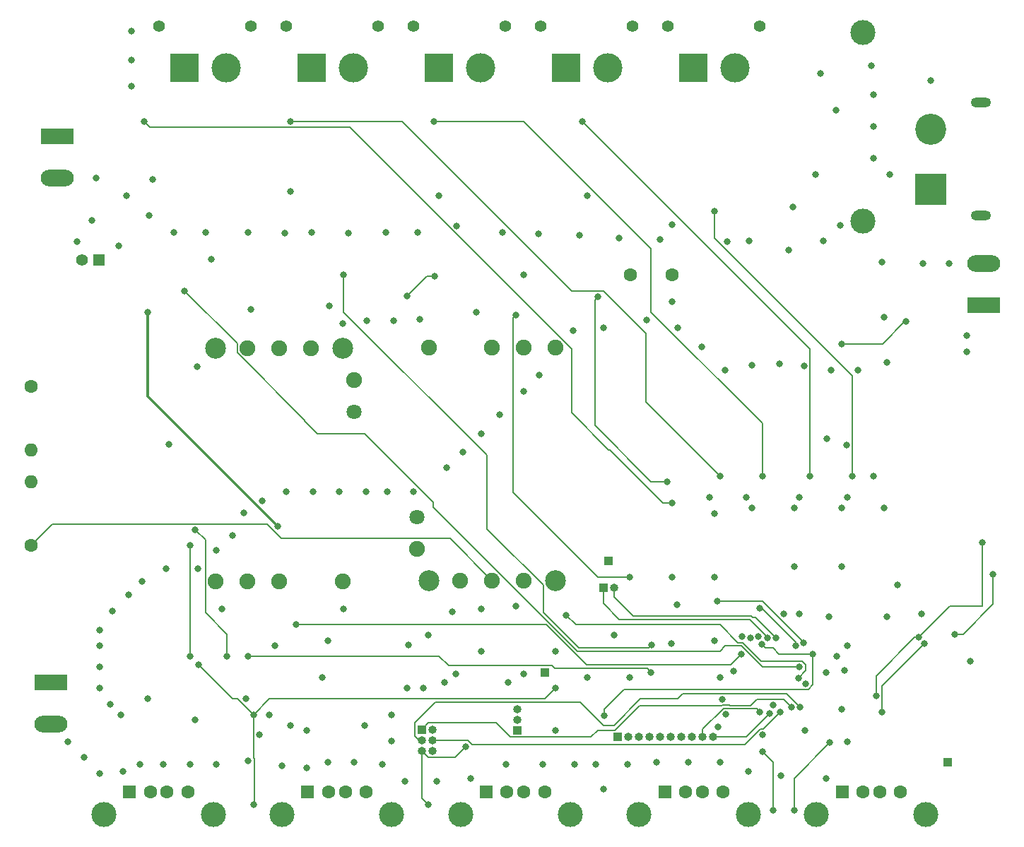
<source format=gbr>
%TF.GenerationSoftware,KiCad,Pcbnew,(6.0.0)*%
%TF.CreationDate,2022-03-04T10:43:38+00:00*%
%TF.ProjectId,ISOpower,49534f70-6f77-4657-922e-6b696361645f,rev?*%
%TF.SameCoordinates,Original*%
%TF.FileFunction,Copper,L3,Inr*%
%TF.FilePolarity,Positive*%
%FSLAX46Y46*%
G04 Gerber Fmt 4.6, Leading zero omitted, Abs format (unit mm)*
G04 Created by KiCad (PCBNEW (6.0.0)) date 2022-03-04 10:43:38*
%MOMM*%
%LPD*%
G01*
G04 APERTURE LIST*
%TA.AperFunction,ComponentPad*%
%ADD10R,1.600000X1.500000*%
%TD*%
%TA.AperFunction,ComponentPad*%
%ADD11C,1.600000*%
%TD*%
%TA.AperFunction,ComponentPad*%
%ADD12C,3.000000*%
%TD*%
%TA.AperFunction,ComponentPad*%
%ADD13C,1.400000*%
%TD*%
%TA.AperFunction,ComponentPad*%
%ADD14R,3.500000X3.500000*%
%TD*%
%TA.AperFunction,ComponentPad*%
%ADD15C,3.500000*%
%TD*%
%TA.AperFunction,ComponentPad*%
%ADD16O,1.600000X1.600000*%
%TD*%
%TA.AperFunction,ComponentPad*%
%ADD17R,1.000000X1.000000*%
%TD*%
%TA.AperFunction,ComponentPad*%
%ADD18O,1.000000X1.000000*%
%TD*%
%TA.AperFunction,ComponentPad*%
%ADD19R,3.960000X1.980000*%
%TD*%
%TA.AperFunction,ComponentPad*%
%ADD20O,3.960000X1.980000*%
%TD*%
%TA.AperFunction,ComponentPad*%
%ADD21C,1.900000*%
%TD*%
%TA.AperFunction,ComponentPad*%
%ADD22C,2.500000*%
%TD*%
%TA.AperFunction,ComponentPad*%
%ADD23C,1.800000*%
%TD*%
%TA.AperFunction,ComponentPad*%
%ADD24R,1.400000X1.400000*%
%TD*%
%TA.AperFunction,ComponentPad*%
%ADD25C,3.716000*%
%TD*%
%TA.AperFunction,ComponentPad*%
%ADD26R,3.716000X3.716000*%
%TD*%
%TA.AperFunction,ComponentPad*%
%ADD27O,2.400000X1.200000*%
%TD*%
%TA.AperFunction,ViaPad*%
%ADD28C,0.800000*%
%TD*%
%TA.AperFunction,Conductor*%
%ADD29C,0.300000*%
%TD*%
%TA.AperFunction,Conductor*%
%ADD30C,0.200000*%
%TD*%
G04 APERTURE END LIST*
D10*
%TO.N,5V_BUS*%
%TO.C,J12*%
X135599511Y-134319511D03*
D11*
%TO.N,unconnected-(J12-Pad2)*%
X138099511Y-134319511D03*
%TO.N,unconnected-(J12-Pad3)*%
X140099511Y-134319511D03*
%TO.N,GNDPWR*%
X142599511Y-134319511D03*
D12*
X145669511Y-137029511D03*
X132529511Y-137029511D03*
%TD*%
D13*
%TO.N,*%
%TO.C,J15*%
X90284511Y-42545000D03*
X101284511Y-42545000D03*
D14*
%TO.N,GNDPWR*%
X93284511Y-47545000D03*
D15*
%TO.N,/Power Outputs/12V_OP_1*%
X98284511Y-47545000D03*
%TD*%
D11*
%TO.N,Net-(R7-Pad1)*%
%TO.C,R7*%
X59690000Y-85725000D03*
D16*
%TO.N,GNDPWR*%
X59690000Y-93345000D03*
%TD*%
D17*
%TO.N,Net-(J8-Pad1)*%
%TO.C,J8*%
X106494511Y-126869511D03*
D18*
%TO.N,/AtMega328p/MCU_5V_BUS*%
X107764511Y-126869511D03*
%TO.N,Net-(J8-Pad3)*%
X106494511Y-128139511D03*
%TO.N,Net-(J8-Pad4)*%
X107764511Y-128139511D03*
%TO.N,/AtMega328p/USB MCU CH340 Interface A/DTR_A*%
X106494511Y-129409511D03*
%TO.N,GNDPWR*%
X107764511Y-129409511D03*
%TD*%
D17*
%TO.N,/AtMega328p/ADC5*%
%TO.C,J25*%
X128270000Y-109855000D03*
D18*
%TO.N,/AtMega328p/ADC4*%
X129540000Y-109855000D03*
%TD*%
D19*
%TO.N,GNDPWR*%
%TO.C,J21*%
X173804511Y-75989511D03*
D20*
%TO.N,24V_BUS*%
X173804511Y-70989511D03*
%TD*%
D21*
%TO.N,24V_BUS*%
%TO.C,U5*%
X81824511Y-109089511D03*
%TO.N,Net-(JP3-Pad2)*%
X89424511Y-109089511D03*
%TO.N,GNDPWR*%
X97024511Y-109089511D03*
D22*
X97024511Y-81189511D03*
D21*
%TO.N,unconnected-(U5-Pad5)*%
X93224511Y-81189511D03*
%TO.N,Net-(R7-Pad1)*%
X89424511Y-81189511D03*
%TO.N,/Power Distribution/12V_I_SENSE_IP*%
X85624511Y-81189511D03*
D22*
X81824511Y-81189511D03*
D23*
%TO.N,unconnected-(U5-Pad32)*%
X98424511Y-88789511D03*
D21*
%TO.N,unconnected-(U5-Pad33)*%
X98424511Y-84989511D03*
%TO.N,unconnected-(U5-Pad34)*%
X85624511Y-109089511D03*
%TD*%
D13*
%TO.N,*%
%TO.C,J14*%
X75044511Y-42545000D03*
X86044511Y-42545000D03*
D14*
%TO.N,GNDPWR*%
X78044511Y-47545000D03*
D15*
%TO.N,/Power Outputs/12V_OP_0*%
X83044511Y-47545000D03*
%TD*%
D13*
%TO.N,*%
%TO.C,J18*%
X147004511Y-42545000D03*
X136004511Y-42545000D03*
D14*
%TO.N,GNDPWR*%
X139004511Y-47545000D03*
D15*
%TO.N,/Power Outputs/12V_OP_4*%
X144004511Y-47545000D03*
%TD*%
D17*
%TO.N,/AtMega328p/CH_C*%
%TO.C,J24*%
X128905000Y-106680000D03*
%TD*%
D19*
%TO.N,GNDPWR*%
%TO.C,J22*%
X62804511Y-55749511D03*
D20*
%TO.N,12V_BUS*%
X62804511Y-60749511D03*
%TD*%
D10*
%TO.N,5V_BUS*%
%TO.C,J13*%
X156849506Y-134319511D03*
D11*
%TO.N,unconnected-(J13-Pad2)*%
X159349506Y-134319511D03*
%TO.N,unconnected-(J13-Pad3)*%
X161349506Y-134319511D03*
%TO.N,GNDPWR*%
X163849506Y-134319511D03*
D12*
X153779506Y-137029511D03*
X166919506Y-137029511D03*
%TD*%
D21*
%TO.N,24V_BUS*%
%TO.C,U4*%
X122524511Y-81119511D03*
%TO.N,Net-(JP2-Pad2)*%
X114924511Y-81119511D03*
%TO.N,GNDPWR*%
X107324511Y-81119511D03*
D22*
X107324511Y-109019511D03*
D21*
%TO.N,unconnected-(U4-Pad5)*%
X111124511Y-109019511D03*
%TO.N,Net-(R6-Pad1)*%
X114924511Y-109019511D03*
%TO.N,/Power Distribution/5V_I_SENSE_IP*%
X118724511Y-109019511D03*
D22*
X122524511Y-109019511D03*
D23*
%TO.N,unconnected-(U4-Pad32)*%
X105924511Y-101419511D03*
D21*
%TO.N,unconnected-(U4-Pad33)*%
X105924511Y-105219511D03*
%TO.N,unconnected-(U4-Pad34)*%
X118724511Y-81119511D03*
%TD*%
D11*
%TO.N,24V_BUS*%
%TO.C,C19*%
X136525000Y-72390000D03*
%TO.N,GNDPWR*%
X131525000Y-72390000D03*
%TD*%
D24*
%TO.N,Net-(M1-Pad1)*%
%TO.C,M1*%
X67809511Y-70629511D03*
D13*
%TO.N,GNDPWR*%
X65809511Y-70629511D03*
%TD*%
D10*
%TO.N,5V_BUS*%
%TO.C,J10*%
X92834511Y-134319511D03*
D11*
%TO.N,unconnected-(J10-Pad2)*%
X95334511Y-134319511D03*
%TO.N,unconnected-(J10-Pad3)*%
X97334511Y-134319511D03*
%TO.N,GNDPWR*%
X99834511Y-134319511D03*
D12*
X102904511Y-137029511D03*
X89764511Y-137029511D03*
%TD*%
D17*
%TO.N,/USB_PBUS*%
%TO.C,J6*%
X117924511Y-126954511D03*
D18*
%TO.N,/AtMega328p/MCU_5V_BUS*%
X117924511Y-125684511D03*
%TO.N,MCU_5V*%
X117924511Y-124414511D03*
%TD*%
D11*
%TO.N,Net-(R6-Pad1)*%
%TO.C,R6*%
X59690000Y-104775000D03*
D16*
%TO.N,GNDPWR*%
X59690000Y-97155000D03*
%TD*%
D25*
%TO.N,GNDPWR*%
%TO.C,J1*%
X167454511Y-54899511D03*
D26*
%TO.N,/24V_0*%
X167454511Y-62099511D03*
D27*
%TO.N,N/C*%
X173454511Y-65249511D03*
X173454511Y-51749511D03*
%TD*%
D17*
%TO.N,/USB_PBUS*%
%TO.C,J26*%
X169545000Y-130810000D03*
%TD*%
D13*
%TO.N,*%
%TO.C,J17*%
X120764511Y-42545000D03*
X131764511Y-42545000D03*
D14*
%TO.N,GNDPWR*%
X123764511Y-47545000D03*
D15*
%TO.N,/Power Outputs/12V_OP_3*%
X128764511Y-47545000D03*
%TD*%
D13*
%TO.N,*%
%TO.C,J16*%
X116524511Y-42545000D03*
X105524511Y-42545000D03*
D14*
%TO.N,GNDPWR*%
X108524511Y-47545000D03*
D15*
%TO.N,/Power Outputs/12V_OP_2*%
X113524511Y-47545000D03*
%TD*%
D10*
%TO.N,5V_BUS*%
%TO.C,J9*%
X71464511Y-134319511D03*
D11*
%TO.N,unconnected-(J9-Pad2)*%
X73964511Y-134319511D03*
%TO.N,unconnected-(J9-Pad3)*%
X75964511Y-134319511D03*
%TO.N,GNDPWR*%
X78464511Y-134319511D03*
D12*
X68394511Y-137029511D03*
X81534511Y-137029511D03*
%TD*%
D17*
%TO.N,/3V3_BUS*%
%TO.C,J30*%
X121285000Y-120015000D03*
%TD*%
%TO.N,GND*%
%TO.C,J29*%
X130004511Y-127747783D03*
D18*
%TO.N,/3V3_BUS*%
X131274511Y-127747783D03*
%TO.N,/AtMega328p/MCU_5V_BUS*%
X132544511Y-127747783D03*
%TO.N,/USB_PBUS*%
X133814511Y-127747783D03*
%TO.N,unconnected-(J29-Pad5)*%
X135084511Y-127747783D03*
%TO.N,unconnected-(J29-Pad6)*%
X136354511Y-127747783D03*
%TO.N,unconnected-(J29-Pad7)*%
X137624511Y-127747783D03*
%TO.N,unconnected-(J29-Pad8)*%
X138894511Y-127747783D03*
%TO.N,/AtMega328p/SSERIAL_TX*%
X140164511Y-127747783D03*
%TO.N,/AtMega328p/SSERIAL_RX*%
X141434511Y-127747783D03*
%TD*%
D12*
%TO.N,/24V_0*%
%TO.C,F1*%
X159324511Y-43309511D03*
%TO.N,/24V_1*%
X159324511Y-65909511D03*
%TD*%
D19*
%TO.N,GNDPWR*%
%TO.C,J23*%
X62044511Y-121234511D03*
D20*
%TO.N,5V_BUS*%
X62044511Y-126234511D03*
%TD*%
D10*
%TO.N,5V_BUS*%
%TO.C,J11*%
X114204511Y-134319511D03*
D11*
%TO.N,unconnected-(J11-Pad2)*%
X116704511Y-134319511D03*
%TO.N,unconnected-(J11-Pad3)*%
X118704511Y-134319511D03*
%TO.N,GNDPWR*%
X121204511Y-134319511D03*
D12*
X111134511Y-137029511D03*
X124274511Y-137029511D03*
%TD*%
D28*
%TO.N,GND*%
X141605000Y-108585000D03*
X163524290Y-109525710D03*
X151130000Y-107315000D03*
X146050000Y-100330000D03*
X142240000Y-120650000D03*
X161925000Y-100330000D03*
X151765000Y-113030000D03*
X141605000Y-100965000D03*
X156845000Y-100330000D03*
X162264511Y-113369511D03*
X157480000Y-116840000D03*
X154940000Y-120015000D03*
X152364991Y-126964991D03*
X141605000Y-116205000D03*
X156845000Y-107315000D03*
X129540000Y-115570000D03*
X157475681Y-128319999D03*
X166370000Y-113030000D03*
X131445000Y-120650000D03*
X151130000Y-100330000D03*
X136525000Y-108585000D03*
%TO.N,MCU_5V*%
X73660000Y-76835000D03*
X89247122Y-102522878D03*
%TO.N,24V_BUS*%
X93450000Y-98320000D03*
X155575000Y-83820000D03*
X149365378Y-83044622D03*
X69456753Y-112636753D03*
X137160000Y-78740000D03*
X109478762Y-95508762D03*
X102340000Y-98320000D03*
X83820000Y-103569500D03*
X75885009Y-107629991D03*
X161607500Y-70802500D03*
X87379375Y-99444375D03*
X152335500Y-83325378D03*
X71361753Y-110731753D03*
X124620000Y-79024022D03*
X67945000Y-114935000D03*
X118686262Y-86301262D03*
X115828762Y-89158762D03*
X105515000Y-98320000D03*
X166500489Y-70989511D03*
X140017500Y-80962500D03*
X146050000Y-83185000D03*
X67945000Y-116840000D03*
X85156875Y-100900500D03*
X79695009Y-107629991D03*
X99800000Y-98320000D03*
X72949253Y-109144253D03*
X113606262Y-91381262D03*
X158750000Y-83820000D03*
X67945000Y-121920000D03*
X70485000Y-125095000D03*
X111383762Y-93603762D03*
X161925000Y-77470000D03*
X142875000Y-83820000D03*
X69215000Y-123825000D03*
X81915000Y-105410000D03*
X169675489Y-70989511D03*
X136525000Y-75565000D03*
X162242500Y-82867500D03*
X120591262Y-84396262D03*
X90275000Y-98320000D03*
X67945000Y-119380000D03*
X96625000Y-98320000D03*
X128270000Y-78740000D03*
X133403359Y-77804116D03*
%TO.N,/Power Distribution/5V_I_SENSE_IP*%
X113640978Y-112419022D03*
X117792500Y-112077500D03*
X107315000Y-115570000D03*
X110172500Y-112712500D03*
X104905489Y-116709511D03*
%TO.N,Net-(D1-Pad2)*%
X156845000Y-80645000D03*
X164524500Y-77995000D03*
%TO.N,Net-(D2-Pad1)*%
X155396482Y-128448518D03*
X151130000Y-136525000D03*
%TO.N,Net-(D2-Pad2)*%
X148590000Y-136525000D03*
X147320000Y-129540000D03*
X142005908Y-126544001D03*
%TO.N,Net-(D4-Pad2)*%
X170376567Y-115455500D03*
X156845000Y-124460000D03*
X161629511Y-124799511D03*
X147320000Y-127520500D03*
X166709511Y-116544511D03*
X174964511Y-108289511D03*
%TO.N,Net-(D4-Pad3)*%
X160930011Y-122794531D03*
X166002756Y-115837756D03*
X173694511Y-104479511D03*
%TO.N,Net-(D6-Pad2)*%
X78740000Y-104775000D03*
X78740000Y-118110000D03*
%TO.N,Net-(D8-Pad2)*%
X83185000Y-118110000D03*
X79375000Y-102934500D03*
%TO.N,/Power Distribution/12V_I_SENSE_IP*%
X79602011Y-83412011D03*
X86042500Y-76517500D03*
%TO.N,/24V_0*%
X160337500Y-47307500D03*
X160655000Y-50800000D03*
X160655000Y-54610000D03*
X162560000Y-60325000D03*
X160655000Y-58420000D03*
%TO.N,Net-(J8-Pad1)*%
X150773492Y-124165021D03*
%TO.N,Net-(J8-Pad3)*%
X151772730Y-124142049D03*
%TO.N,Net-(J8-Pad4)*%
X149468877Y-124741579D03*
%TO.N,/24V_1*%
X156641351Y-66471351D03*
X150462876Y-69399022D03*
X154622500Y-68262500D03*
%TO.N,5V_BUS*%
X64107500Y-128297500D03*
X145622598Y-131872402D03*
X134620000Y-130810000D03*
X128270000Y-133985000D03*
X131185000Y-131070000D03*
X106680000Y-121920000D03*
X113665000Y-117475000D03*
X92710000Y-131445000D03*
X149550499Y-132389501D03*
X127375000Y-131070000D03*
X104775000Y-121920000D03*
X102870000Y-128270000D03*
X138430000Y-130810000D03*
X101780207Y-131070000D03*
X81915000Y-131070000D03*
X67917500Y-132107500D03*
X110604124Y-120243521D03*
X108259501Y-133040499D03*
X75565000Y-131070000D03*
X102870000Y-125095000D03*
X124835000Y-131070000D03*
X78740000Y-131070000D03*
X98425000Y-130810000D03*
X89747500Y-131232500D03*
X66012500Y-130202500D03*
X104449501Y-133040499D03*
X72765000Y-131070000D03*
X95250000Y-130810000D03*
X116580000Y-131070000D03*
X70715000Y-131850000D03*
X109220000Y-121220500D03*
X85725000Y-130657135D03*
X121025000Y-131070000D03*
X112395000Y-132715000D03*
X142240000Y-130810000D03*
X154940000Y-132715000D03*
%TO.N,/5V_BUS_MONITOR*%
X79731429Y-119112465D03*
X86360000Y-135890000D03*
X142462055Y-123246489D03*
X136361318Y-116587000D03*
X122555000Y-121920000D03*
X86360000Y-125095000D03*
%TO.N,/12V_BUS_MONITOR*%
X134018069Y-116775500D03*
X97155000Y-72390000D03*
X85725000Y-118110000D03*
X133985000Y-120015000D03*
%TO.N,/BUS_B_DISABLE*%
X117814511Y-77174511D03*
X131445000Y-108585000D03*
%TO.N,/BUS_A_DISABLE*%
X144780000Y-117861358D03*
X91440000Y-114300000D03*
%TO.N,/Power Outputs/5v to 12v logic conversion_v2/0_OUT*%
X136525000Y-99695000D03*
X73219511Y-53975000D03*
%TO.N,/Power Outputs/5v to 12v logic conversion_v2/1_OUT*%
X90805000Y-53975000D03*
X142240000Y-96520000D03*
%TO.N,/Power Outputs/5v to 12v logic conversion_v2/2_OUT*%
X147320000Y-96520000D03*
X107950000Y-53975000D03*
%TO.N,/Power Outputs/5v to 12v logic conversion_v2/3_OUT*%
X125730000Y-53975000D03*
X153035000Y-96520000D03*
%TO.N,/Power Outputs/5v to 12v logic conversion_v2/4_OUT*%
X158115000Y-96520000D03*
X141605000Y-64770000D03*
%TO.N,Net-(R3a1-Pad2)*%
X104775000Y-74930000D03*
X108016641Y-72577885D03*
%TO.N,Net-(R3b1-Pad2)*%
X92710000Y-127000000D03*
X88265000Y-125095000D03*
%TO.N,/AtMega328p/MCU_5V_BUS*%
X149858259Y-113028259D03*
X155279511Y-113369511D03*
X144829326Y-115740990D03*
X152490011Y-121379692D03*
X143844562Y-119844011D03*
X142916593Y-125045001D03*
%TO.N,/BUS_I_SENSE_A*%
X151765000Y-119380000D03*
X78105000Y-74295000D03*
%TO.N,/BUS_I_SENSE_B*%
X151598314Y-120680192D03*
X123825000Y-113144500D03*
%TO.N,12V_BUS*%
X90805000Y-62375520D03*
X67520489Y-60749511D03*
X110703642Y-66542322D03*
X90105978Y-67374022D03*
X125434520Y-67605480D03*
X135059511Y-68140489D03*
X102235000Y-67310000D03*
X80645000Y-67310000D03*
X71120000Y-62865000D03*
X74295000Y-60960000D03*
X81280000Y-70485000D03*
X136525000Y-66374022D03*
X116205000Y-67310000D03*
X120472878Y-67487122D03*
X93345000Y-67310000D03*
X130175000Y-67945000D03*
X76835000Y-67310000D03*
X105980500Y-67310000D03*
X97725978Y-67374022D03*
X85725000Y-67310000D03*
X73810000Y-65255000D03*
X126365000Y-62865000D03*
X108585000Y-62865000D03*
%TO.N,/AtMega328p/USB MCU CH340 Interface A/DTR_A*%
X147214648Y-116607555D03*
X107315000Y-135890000D03*
X128360762Y-125209500D03*
X153374511Y-117814511D03*
X111760000Y-128905000D03*
%TO.N,/3V3_BUS*%
X126365000Y-120650000D03*
%TO.N,/USB_PBUS*%
X122555000Y-127000000D03*
X172251616Y-118712935D03*
%TO.N,/AtMega328p/ADC5*%
X147930008Y-115909511D03*
%TO.N,/AtMega328p/ADC4*%
X148929511Y-115909511D03*
%TO.N,/AtMega328p/SSERIAL_TX*%
X146999842Y-124735445D03*
%TO.N,/AtMega328p/SSERIAL_RX*%
X148209834Y-124909082D03*
%TO.N,/AtMega328p/CH_F*%
X137041633Y-111922389D03*
X148609011Y-123959149D03*
%TO.N,/AtMega328p/CH_G*%
X141944511Y-111464511D03*
X152256854Y-116510188D03*
%TO.N,/AtMega328p/CH_H*%
X151292014Y-116781232D03*
X146975106Y-112310607D03*
%TO.N,/AtMega328p/USB MCU CH340 Interface A/RxD_A*%
X146816178Y-115683130D03*
X157184511Y-119784011D03*
%TO.N,/AtMega328p/USB MCU CH340 Interface A/TxD_A*%
X156210000Y-118110000D03*
X145841866Y-115906114D03*
%TO.N,HV*%
X127635000Y-74994500D03*
X157480000Y-99060000D03*
X135890000Y-97155000D03*
X140970000Y-99060000D03*
X145415000Y-99060000D03*
X160655000Y-96520000D03*
X151765000Y-99060000D03*
%TO.N,GNDPWR*%
X103095480Y-77879520D03*
X95380000Y-76070000D03*
X122555000Y-117475000D03*
X99920480Y-77879520D03*
X118745000Y-72390000D03*
X155020000Y-91995000D03*
X71755000Y-46606017D03*
X79375000Y-125730000D03*
X97155000Y-112395000D03*
X71755000Y-43180000D03*
X73660000Y-123190000D03*
X171784511Y-81580489D03*
X76200000Y-92710000D03*
X106268879Y-77693879D03*
X116840000Y-121220500D03*
X71755000Y-49781019D03*
X87059500Y-127457625D03*
X99695000Y-126365000D03*
X113030000Y-76835000D03*
X82550000Y-112395000D03*
X65232500Y-68407500D03*
X90805000Y-126365000D03*
X97024511Y-78235489D03*
X94615000Y-120650000D03*
X118745000Y-120243521D03*
X70167500Y-68897500D03*
X85421611Y-123167367D03*
X88900000Y-116840000D03*
X171784511Y-79675489D03*
X157415500Y-92805000D03*
X95250000Y-116205000D03*
X167454511Y-49080489D03*
%TO.N,Net-(M1-Pad1)*%
X66977617Y-65845500D03*
%TO.N,/Power Outputs/MID_PWR*%
X145732500Y-68262500D03*
X154305000Y-48260000D03*
X143052122Y-68402878D03*
X150985000Y-64280000D03*
X153670000Y-60325000D03*
X156131742Y-52626742D03*
%TD*%
D29*
%TO.N,MCU_5V*%
X73660000Y-86935756D02*
X73660000Y-76835000D01*
X89247122Y-102522878D02*
X73660000Y-86935756D01*
D30*
%TO.N,Net-(D1-Pad2)*%
X164355000Y-77995000D02*
X164524500Y-77995000D01*
X156845000Y-80645000D02*
X161705000Y-80645000D01*
X161705000Y-80645000D02*
X164355000Y-77995000D01*
%TO.N,Net-(D2-Pad1)*%
X151130000Y-132715000D02*
X155396482Y-128448518D01*
X151130000Y-136525000D02*
X151130000Y-132715000D01*
%TO.N,Net-(D2-Pad2)*%
X148590000Y-130810000D02*
X147320000Y-129540000D01*
X148590000Y-136525000D02*
X148590000Y-130810000D01*
%TO.N,Net-(D4-Pad2)*%
X174964511Y-111818756D02*
X171327767Y-115455500D01*
X166709511Y-116544511D02*
X161629511Y-121624511D01*
X174964511Y-108289511D02*
X174964511Y-111818756D01*
X171327767Y-115455500D02*
X170376567Y-115455500D01*
X161629511Y-121624511D02*
X161629511Y-124799511D01*
%TO.N,Net-(D4-Pad3)*%
X173694511Y-112099511D02*
X173694511Y-104479511D01*
X173694511Y-112099511D02*
X169741001Y-112099511D01*
X160930011Y-120419011D02*
X160930011Y-122794531D01*
X166002756Y-115837756D02*
X165511266Y-115837756D01*
X165511266Y-115837756D02*
X160930011Y-120419011D01*
X169741001Y-112099511D02*
X166002756Y-115837756D01*
%TO.N,Net-(D6-Pad2)*%
X78740000Y-118110000D02*
X78740000Y-104775000D01*
%TO.N,Net-(D8-Pad2)*%
X83185000Y-115428427D02*
X80575000Y-112818427D01*
X83185000Y-118110000D02*
X83185000Y-115428427D01*
X80575000Y-112818427D02*
X80575000Y-104134500D01*
X80575000Y-104134500D02*
X79375000Y-102934500D01*
%TO.N,Net-(J8-Pad1)*%
X145867521Y-123995989D02*
X146637626Y-123225884D01*
X146637626Y-123225884D02*
X149834355Y-123225884D01*
X126764777Y-127754022D02*
X127570527Y-126948272D01*
X115440978Y-126070000D02*
X117125000Y-127754022D01*
X127570527Y-126948272D02*
X129635750Y-126948272D01*
X142461367Y-123945989D02*
X142792333Y-123945990D01*
X107294022Y-126070000D02*
X115440978Y-126070000D01*
X117125000Y-127754022D02*
X126764777Y-127754022D01*
X132588033Y-123995989D02*
X142411366Y-123995989D01*
X143371821Y-123945990D02*
X143421818Y-123995988D01*
X106494511Y-126869511D02*
X107294022Y-126070000D01*
X142411366Y-123995989D02*
X142461367Y-123945989D01*
X149834355Y-123225884D02*
X150773492Y-124165021D01*
X143421818Y-123995988D02*
X145867521Y-123995989D01*
X129635750Y-126948272D02*
X132588033Y-123995989D01*
X142792333Y-123945990D02*
X143371821Y-123945990D01*
%TO.N,Net-(J8-Pad3)*%
X129540000Y-126365000D02*
X132715000Y-123190000D01*
X142172311Y-122546989D02*
X142751799Y-122546989D01*
X142759810Y-122555000D02*
X150185681Y-122555000D01*
X128270000Y-126365000D02*
X129540000Y-126365000D01*
X108150000Y-123615000D02*
X125520000Y-123615000D01*
X125520000Y-123615000D02*
X128270000Y-126365000D01*
X132715000Y-123190000D02*
X137160000Y-123190000D01*
X142751799Y-122546989D02*
X142759810Y-122555000D01*
X105695000Y-126070000D02*
X108150000Y-123615000D01*
X106165489Y-128139511D02*
X105695000Y-127669022D01*
X137795000Y-122555000D02*
X142164300Y-122555000D01*
X105695000Y-127669022D02*
X105695000Y-126070000D01*
X137160000Y-123190000D02*
X137795000Y-122555000D01*
X150185681Y-122555000D02*
X151772730Y-124142049D01*
X142164300Y-122555000D02*
X142172311Y-122546989D01*
%TO.N,Net-(J8-Pad4)*%
X147389457Y-126820999D02*
X149468877Y-124741579D01*
X145211745Y-128639510D02*
X147030256Y-126820999D01*
X107764511Y-128139511D02*
X111983756Y-128139511D01*
X147030256Y-126820999D02*
X147389457Y-126820999D01*
X112483755Y-128639510D02*
X145211745Y-128639510D01*
X111983756Y-128139511D02*
X112483755Y-128639510D01*
%TO.N,/5V_BUS_MONITOR*%
X86360000Y-130302890D02*
X86424501Y-130367391D01*
X79742465Y-119112465D02*
X79731429Y-119112465D01*
X83820000Y-123190000D02*
X79742465Y-119112465D01*
X88265000Y-123190000D02*
X121285000Y-123190000D01*
X86424501Y-130367391D02*
X86424501Y-135825499D01*
X121285000Y-123190000D02*
X122555000Y-121920000D01*
X86424501Y-135825499D02*
X86360000Y-135890000D01*
X83820000Y-123190000D02*
X84455000Y-123190000D01*
X84455000Y-123190000D02*
X86360000Y-125095000D01*
X86360000Y-125095000D02*
X88265000Y-123190000D01*
X86360000Y-125095000D02*
X86360000Y-130302890D01*
%TO.N,/12V_BUS_MONITOR*%
X133718080Y-117075489D02*
X134018069Y-116775500D01*
X85725000Y-118110000D02*
X108585000Y-118110000D01*
X97155000Y-72390000D02*
X97155000Y-76835000D01*
X108585000Y-118110000D02*
X109690489Y-119215489D01*
X109690489Y-119215489D02*
X122084511Y-119215489D01*
X133514021Y-119544021D02*
X133985000Y-120015000D01*
X114300000Y-102827924D02*
X114956038Y-103483962D01*
X114300000Y-93980000D02*
X114300000Y-102827924D01*
X125312559Y-117075489D02*
X133718080Y-117075489D01*
X122413043Y-119544021D02*
X133514021Y-119544021D01*
X114956038Y-103483962D02*
X121049511Y-109577435D01*
X121049511Y-112812441D02*
X125312559Y-117075489D01*
X97155000Y-76835000D02*
X114300000Y-93980000D01*
X121049511Y-109577435D02*
X121049511Y-112812441D01*
X122084511Y-119215489D02*
X122413043Y-119544021D01*
%TO.N,/BUS_B_DISABLE*%
X127635000Y-108585000D02*
X131445000Y-108585000D01*
X117475000Y-98425000D02*
X127635000Y-108585000D01*
X117814511Y-77174511D02*
X117475000Y-77514022D01*
X117475000Y-77514022D02*
X117475000Y-98425000D01*
%TO.N,/BUS_A_DISABLE*%
X126251594Y-119144511D02*
X143496847Y-119144511D01*
X91440000Y-114300000D02*
X121407083Y-114300000D01*
X121407083Y-114300000D02*
X126251594Y-119144511D01*
X143496847Y-119144511D02*
X144780000Y-117861358D01*
%TO.N,/Power Outputs/5v to 12v logic conversion_v2/0_OUT*%
X124460000Y-88900000D02*
X128905000Y-93345000D01*
X135417040Y-99695000D02*
X136525000Y-99695000D01*
X128905000Y-93345000D02*
X129067040Y-93345000D01*
X124460000Y-81287924D02*
X97846577Y-54674501D01*
X97846577Y-54674501D02*
X73919012Y-54674501D01*
X124460000Y-88900000D02*
X124460000Y-81287924D01*
X73919012Y-54674501D02*
X73219511Y-53975000D01*
X129067040Y-93345000D02*
X135417040Y-99695000D01*
%TO.N,/Power Outputs/5v to 12v logic conversion_v2/1_OUT*%
X128270000Y-74295000D02*
X124460000Y-74295000D01*
X133350000Y-79375000D02*
X128270000Y-74295000D01*
X124460000Y-74295000D02*
X104140000Y-53975000D01*
X104140000Y-53975000D02*
X90805000Y-53975000D01*
X133350000Y-87630000D02*
X133350000Y-79375000D01*
X142240000Y-96520000D02*
X133350000Y-87630000D01*
%TO.N,/Power Outputs/5v to 12v logic conversion_v2/2_OUT*%
X133985000Y-69215000D02*
X118745000Y-53975000D01*
X133985000Y-76831518D02*
X133985000Y-69215000D01*
X147320000Y-96520000D02*
X147320000Y-90166518D01*
X147320000Y-90166518D02*
X133985000Y-76831518D01*
X118745000Y-53975000D02*
X107950000Y-53975000D01*
%TO.N,/Power Outputs/5v to 12v logic conversion_v2/3_OUT*%
X153035000Y-81280000D02*
X125730000Y-53975000D01*
X153035000Y-96520000D02*
X153035000Y-81280000D01*
%TO.N,/Power Outputs/5v to 12v logic conversion_v2/4_OUT*%
X158115000Y-84455000D02*
X145415000Y-71755000D01*
X158115000Y-96520000D02*
X158115000Y-84455000D01*
X141605000Y-67945000D02*
X141605000Y-64770000D01*
X145415000Y-71755000D02*
X141605000Y-67945000D01*
%TO.N,Net-(R3a1-Pad2)*%
X104775000Y-74930000D02*
X107127115Y-72577885D01*
X107127115Y-72577885D02*
X108016641Y-72577885D01*
%TO.N,Net-(R6-Pad1)*%
X59690000Y-104775000D02*
X62230000Y-102235000D01*
X89705000Y-103970000D02*
X109875000Y-103970000D01*
X62230000Y-102235000D02*
X87970000Y-102235000D01*
X109875000Y-103970000D02*
X114924511Y-109019511D01*
X87970000Y-102235000D02*
X89705000Y-103970000D01*
%TO.N,/BUS_I_SENSE_A*%
X84375000Y-80565000D02*
X78105000Y-74295000D01*
X144780000Y-116840000D02*
X142875000Y-116840000D01*
X142240000Y-117475000D02*
X125147076Y-117475000D01*
X92456462Y-89916462D02*
X92456462Y-89788538D01*
X151765000Y-119380000D02*
X147320000Y-119380000D01*
X107892076Y-99637076D02*
X99695000Y-91440000D01*
X84375000Y-81707076D02*
X84375000Y-80565000D01*
X107892076Y-100220000D02*
X107892076Y-99637076D01*
X125147076Y-117475000D02*
X107892076Y-100220000D01*
X99695000Y-91440000D02*
X93980000Y-91440000D01*
X93980000Y-91440000D02*
X92456462Y-89916462D01*
X142875000Y-116840000D02*
X142240000Y-117475000D01*
X147320000Y-119380000D02*
X144780000Y-116840000D01*
X92456462Y-89788538D02*
X84375000Y-81707076D01*
%TO.N,/BUS_I_SENSE_B*%
X142240000Y-114300000D02*
X124980500Y-114300000D01*
X152464501Y-119090256D02*
X152054744Y-118680499D01*
X144945484Y-116440490D02*
X144380490Y-116440490D01*
X124980500Y-114300000D02*
X123825000Y-113144500D01*
X151598314Y-120680192D02*
X152464501Y-119814005D01*
X144380490Y-116440490D02*
X142240000Y-114300000D01*
X152054744Y-118680499D02*
X147185493Y-118680499D01*
X152464501Y-119814005D02*
X152464501Y-119090256D01*
X147185493Y-118680499D02*
X144945484Y-116440490D01*
%TO.N,/AtMega328p/USB MCU CH340 Interface A/DTR_A*%
X107294022Y-130209022D02*
X110455978Y-130209022D01*
X153374511Y-117814511D02*
X153374511Y-121489118D01*
X128360762Y-124449557D02*
X128360762Y-125209500D01*
X147682582Y-117075489D02*
X147214648Y-116607555D01*
X149297626Y-117814511D02*
X148558604Y-117075489D01*
X130731126Y-122079193D02*
X128360762Y-124449557D01*
X106494511Y-129409511D02*
X107294022Y-130209022D01*
X106494511Y-135069511D02*
X107315000Y-135890000D01*
X106494511Y-129409511D02*
X106494511Y-135069511D01*
X152784436Y-122079193D02*
X130731126Y-122079193D01*
X110455978Y-130209022D02*
X111760000Y-128905000D01*
X153374511Y-117814511D02*
X149297626Y-117814511D01*
X153374511Y-121489118D02*
X152784436Y-122079193D01*
X148558604Y-117075489D02*
X147682582Y-117075489D01*
%TO.N,/AtMega328p/ADC5*%
X130175000Y-113665000D02*
X145766029Y-113665000D01*
X147105922Y-114983629D02*
X147930008Y-115807715D01*
X145766029Y-113665000D02*
X147084658Y-114983629D01*
X147084658Y-114983629D02*
X147105922Y-114983629D01*
X128270000Y-109855000D02*
X128270000Y-111760000D01*
X147930008Y-115807715D02*
X147930008Y-115909511D01*
X128270000Y-111760000D02*
X130175000Y-113665000D01*
%TO.N,/AtMega328p/ADC4*%
X131844510Y-113265490D02*
X145931511Y-113265489D01*
X146100034Y-113434012D02*
X146454012Y-113434012D01*
X146454012Y-113434012D02*
X148929511Y-115909511D01*
X129540000Y-110960980D02*
X129540000Y-109855000D01*
X131844510Y-113265490D02*
X129540000Y-110960980D01*
X145931511Y-113265489D02*
X146100034Y-113434012D01*
%TO.N,/AtMega328p/SSERIAL_TX*%
X143256336Y-124395499D02*
X146659896Y-124395499D01*
X143206337Y-124345500D02*
X143256336Y-124395499D01*
X140164511Y-127747783D02*
X140164511Y-126807838D01*
X142626849Y-124345500D02*
X143206337Y-124345500D01*
X140164511Y-126807838D02*
X142626849Y-124345500D01*
X146659896Y-124395499D02*
X146999842Y-124735445D01*
%TO.N,/AtMega328p/SSERIAL_RX*%
X141434511Y-127747783D02*
X145371133Y-127747783D01*
X145371133Y-127747783D02*
X148209834Y-124909082D01*
%TO.N,/AtMega328p/CH_G*%
X152256854Y-116416099D02*
X152256854Y-116510188D01*
X141944511Y-111464511D02*
X147305266Y-111464511D01*
X147305266Y-111464511D02*
X152256854Y-116416099D01*
%TO.N,/AtMega328p/CH_H*%
X147235607Y-112310607D02*
X151292014Y-116367014D01*
X151292014Y-116367014D02*
X151292014Y-116781232D01*
X146975106Y-112310607D02*
X147235607Y-112310607D01*
%TO.N,HV*%
X133985000Y-97155000D02*
X135890000Y-97155000D01*
X127635000Y-74994500D02*
X127219500Y-75410000D01*
X127219500Y-75410000D02*
X127219500Y-90389500D01*
X127219500Y-90389500D02*
X133985000Y-97155000D01*
%TD*%
M02*

</source>
